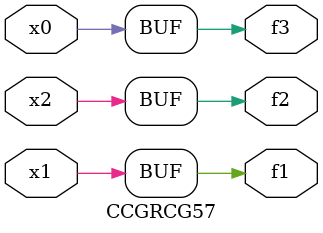
<source format=v>
module CCGRCG57(
	input x0, x1, x2,
	output f1, f2, f3
);
	assign f1 = x1;
	assign f2 = x2;
	assign f3 = x0;
endmodule

</source>
